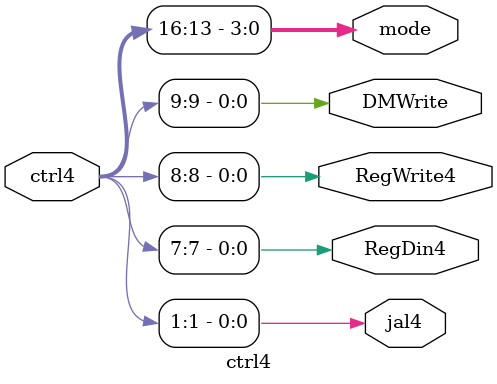
<source format=v>
module ctrl4(
	jal4,RegDin4,RegWrite4,DMWrite,mode,
	ctrl4
    );
	input [21:0]ctrl4;
	output jal4,RegDin4,RegWrite4,DMWrite;
	output [3:0]mode;
	assign jal4 = ctrl4[1];
	assign RegDin4 = ctrl4[7];
	assign RegWrite4 = ctrl4[8];
	assign DMWrite = ctrl4[9];
	assign mode = ctrl4[16:13];
endmodule

</source>
